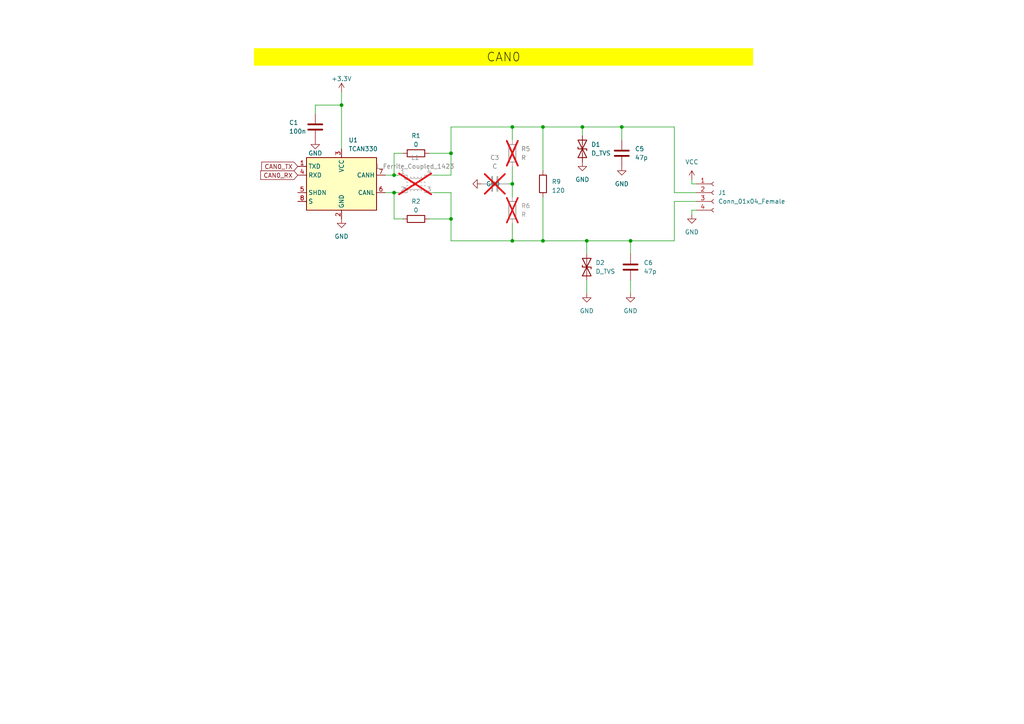
<source format=kicad_sch>
(kicad_sch (version 20231120) (generator "eeschema") (generator_version "8.0")
  (paper "A4")
  (lib_symbols
    (symbol "Connector:Conn_01x04_Female" (pin_names (offset 1.016) hide)
      (property "Reference" "J" (at 0 5.08 0))
      (property "Value" "Conn_01x04_Female" (at 0 -7.62 0))
      (symbol "Conn_01x04_Female_1_1"
        (arc (start 0 -4.572) (mid -0.5058 -5.08) (end 0 -5.588) (stroke (width 0.1524)))
        (arc (start 0 -2.032) (mid -0.5058 -2.54) (end 0 -3.048) (stroke (width 0.1524)))
        (polyline (pts (xy -1.27 -5.08) (xy -0.508 -5.08)) (stroke (width 0.1524)))
        (polyline (pts (xy -1.27 -2.54) (xy -0.508 -2.54)) (stroke (width 0.1524)))
        (polyline (pts (xy -1.27 0) (xy -0.508 0)) (stroke (width 0.1524)))
        (polyline (pts (xy -1.27 2.54) (xy -0.508 2.54)) (stroke (width 0.1524)))
        (arc (start 0 0.508) (mid -0.5058 0) (end 0 -0.508) (stroke (width 0.1524)))
        (arc (start 0 3.048) (mid -0.5058 2.54) (end 0 2.032) (stroke (width 0.1524)))
        (pin passive line (at -5.08 2.54 0) (length 3.81) (name "Pin_1") (number "1"))
        (pin passive line (at -5.08 0 0) (length 3.81) (name "Pin_2") (number "2"))
        (pin passive line (at -5.08 -2.54 0) (length 3.81) (name "Pin_3") (number "3"))
        (pin passive line (at -5.08 -5.08 0) (length 3.81) (name "Pin_4") (number "4"))
      )
    )
    (symbol "Device:C" (pin_numbers hide) (pin_names (offset 0.254))
      (property "Reference" "C" (at 0.635 2.54 0))
      (property "Value" "C" (at 0.635 -2.54 0))
      (symbol "C_0_1"
        (polyline (pts (xy -2.032 -0.762) (xy 2.032 -0.762)) (stroke (width 0.508)))
        (polyline (pts (xy -2.032 0.762) (xy 2.032 0.762)) (stroke (width 0.508)))
      )
      (symbol "C_1_1"
        (pin passive line (at 0 3.81 270) (length 2.794) (name "~") (number "1"))
        (pin passive line (at 0 -3.81 90) (length 2.794) (name "~") (number "2"))
      )
    )
    (symbol "Device:D_TVS" (pin_numbers hide) (pin_names (offset 1.016) hide)
      (property "Reference" "D" (at 0 2.54 0))
      (property "Value" "D_TVS" (at 0 -2.54 0))
      (symbol "D_TVS_0_1"
        (polyline (pts (xy 1.27 0) (xy -1.27 0)))
        (polyline (pts (xy 0.508 1.27) (xy 0 1.27) (xy 0 -1.27) (xy -0.508 -1.27)) (stroke (width 0.254)))
        (polyline (pts (xy -2.54 1.27) (xy -2.54 -1.27) (xy 2.54 1.27) (xy 2.54 -1.27) (xy -2.54 1.27)) (stroke (width 0.254)))
      )
      (symbol "D_TVS_1_1"
        (pin passive line (at -3.81 0 0) (length 2.54) (name "A1") (number "1"))
        (pin passive line (at 3.81 0 180) (length 2.54) (name "A2") (number "2"))
      )
    )
    (symbol "Device:L_Ferrite_Coupled_1423" (pin_names (offset 0.254) hide)
      (property "Reference" "L" (at 0 4.445 0))
      (property "Value" "L_Ferrite_Coupled_1423" (at 0 -4.445 0))
      (symbol "L_Ferrite_Coupled_1423_0_1"
        (circle (center -3.048 -1.27) (radius 0.254) (fill (type outline)))
        (circle (center -3.048 1.524) (radius 0.254) (fill (type outline)))
        (arc (start -2.54 2.032) (mid -2.032 1.5262) (end -1.524 2.032))
        (arc (start -1.524 -2.032) (mid -2.032 -1.5262) (end -2.54 -2.032))
        (arc (start -1.524 2.032) (mid -1.016 1.5262) (end -0.508 2.032))
        (arc (start -0.508 -2.032) (mid -1.016 -1.5262) (end -1.524 -2.032))
        (arc (start -0.508 2.032) (mid 0 1.5262) (end 0.508 2.032))
        (polyline (pts (xy -2.794 -0.508) (xy -2.286 -0.508)))
        (polyline (pts (xy -2.794 0.508) (xy -2.286 0.508)))
        (polyline (pts (xy -2.54 -2.032) (xy -2.54 -2.54)))
        (polyline (pts (xy -2.54 2.032) (xy -2.54 2.54)))
        (polyline (pts (xy -1.778 -0.508) (xy -1.27 -0.508)))
        (polyline (pts (xy -1.778 0.508) (xy -1.27 0.508)))
        (polyline (pts (xy -0.762 -0.508) (xy -0.254 -0.508)))
        (polyline (pts (xy -0.762 0.508) (xy -0.254 0.508)))
        (polyline (pts (xy 0.254 -0.508) (xy 0.762 -0.508)))
        (polyline (pts (xy 0.254 0.508) (xy 0.762 0.508)))
        (polyline (pts (xy 1.27 -0.508) (xy 1.778 -0.508)))
        (polyline (pts (xy 1.27 0.508) (xy 1.778 0.508)))
        (polyline (pts (xy 2.286 -0.508) (xy 2.794 -0.508)))
        (polyline (pts (xy 2.286 0.508) (xy 2.794 0.508)))
        (polyline (pts (xy 2.54 -2.032) (xy 2.54 -2.54)))
        (polyline (pts (xy 2.54 2.54) (xy 2.54 2.032)))
        (arc (start 0.508 -2.032) (mid 0 -1.5262) (end -0.508 -2.032))
        (arc (start 0.508 2.032) (mid 1.016 1.5262) (end 1.524 2.032))
        (arc (start 1.524 -2.032) (mid 1.016 -1.5262) (end 0.508 -2.032))
        (arc (start 1.524 2.032) (mid 2.032 1.5262) (end 2.54 2.032))
        (arc (start 2.54 -2.032) (mid 2.032 -1.5262) (end 1.524 -2.032))
      )
      (symbol "L_Ferrite_Coupled_1423_1_1"
        (pin passive line (at -5.08 2.54 0) (length 2.54) (name "1") (number "1"))
        (pin passive line (at -5.08 -2.54 0) (length 2.54) (name "2") (number "2"))
        (pin passive line (at 5.08 -2.54 180) (length 2.54) (name "3") (number "3"))
        (pin passive line (at 5.08 2.54 180) (length 2.54) (name "4") (number "4"))
      )
    )
    (symbol "Device:R" (pin_numbers hide) (pin_names (offset 0))
      (property "Reference" "R" (at 2.032 0 90))
      (property "Value" "R" (at 0 0 90))
      (symbol "R_0_1"
        (rectangle (start -1.016 -2.54) (end 1.016 2.54) (stroke (width 0.254)))
      )
      (symbol "R_1_1"
        (pin passive line (at 0 3.81 270) (length 1.27) (name "~") (number "1"))
        (pin passive line (at 0 -3.81 90) (length 1.27) (name "~") (number "2"))
      )
    )
    (symbol "Interface_CAN_LIN:TCAN330"
      (property "Reference" "U" (at -10.16 8.89 0))
      (property "Value" "TCAN330" (at 2.54 8.89 0))
      (symbol "TCAN330_0_1"
        (rectangle (start -10.16 7.62) (end 10.16 -7.62) (stroke (width 0.254)) (fill (type background)))
      )
      (symbol "TCAN330_1_1"
        (pin input line (at -12.7 5.08 0) (length 2.54) (name "TXD") (number "1"))
        (pin power_in line (at 0 -10.16 90) (length 2.54) (name "GND") (number "2"))
        (pin power_in line (at 0 10.16 270) (length 2.54) (name "VCC") (number "3"))
        (pin tri_state line (at -12.7 2.54 0) (length 2.54) (name "RXD") (number "4"))
        (pin input line (at -12.7 -2.54 0) (length 2.54) (name "SHDN") (number "5"))
        (pin bidirectional line (at 12.7 -2.54 180) (length 2.54) (name "CANL") (number "6"))
        (pin bidirectional line (at 12.7 2.54 180) (length 2.54) (name "CANH") (number "7"))
        (pin input line (at -12.7 -5.08 0) (length 2.54) (name "S") (number "8"))
      )
    )
    (symbol "power:+3.3V" (power) (pin_names (offset 0))
      (property "Value" "+3.3V" (at 0 3.556 0))
      (symbol "+3.3V_0_1"
        (polyline (pts (xy -0.762 1.27) (xy 0 2.54)))
        (polyline (pts (xy 0 0) (xy 0 2.54)))
        (polyline (pts (xy 0 2.54) (xy 0.762 1.27)))
      )
      (symbol "+3.3V_1_1"
        (pin power_in line (at 0 0 90) (length 0) hide (name "+3.3V") (number "1"))
      )
    )
    (symbol "power:GND" (power) (pin_names (offset 0))
      (property "Value" "GND" (at 0 -3.81 0))
      (symbol "GND_0_1"
        (polyline (pts (xy 0 0) (xy 0 -1.27) (xy 1.27 -1.27) (xy 0 -2.54) (xy -1.27 -1.27) (xy 0 -1.27)))
      )
      (symbol "GND_1_1"
        (pin power_in line (at 0 0 270) (length 0) hide (name "GND") (number "1"))
      )
    )
    (symbol "power:VCC" (power) (pin_names (offset 0))
      (property "Value" "VCC" (at 0 3.81 0))
      (symbol "VCC_0_1"
        (polyline (pts (xy -0.762 1.27) (xy 0 2.54)))
        (polyline (pts (xy 0 0) (xy 0 2.54)))
        (polyline (pts (xy 0 2.54) (xy 0.762 1.27)))
      )
      (symbol "VCC_1_1"
        (pin power_in line (at 0 0 90) (length 0) hide (name "VCC") (number "1"))
      )
    )
  )
  (junction (at 157.48 69.85))
  (junction (at 180.34 36.83))
  (junction (at 182.88 69.85))
  (junction (at 170.18 69.85))
  (junction (at 148.59 69.85))
  (junction (at 157.48 36.83))
  (junction (at 114.3 50.8))
  (junction (at 130.81 44.45))
  (junction (at 148.59 36.83))
  (junction (at 148.59 53.34))
  (junction (at 168.91 36.83))
  (junction (at 130.81 63.5))
  (junction (at 99.06 30.48))
  (junction (at 114.3 55.88))
  (wire (pts (xy 200.66 60.96) (xy 200.66 62.23)))
  (wire (pts (xy 168.91 36.83) (xy 180.34 36.83)))
  (wire (pts (xy 168.91 36.83) (xy 168.91 39.37)))
  (wire (pts (xy 130.81 55.88) (xy 125.73 55.88)))
  (wire (pts (xy 130.81 63.5) (xy 130.81 55.88)))
  (wire (pts (xy 114.3 63.5) (xy 114.3 55.88)))
  (wire (pts (xy 148.59 36.83) (xy 148.59 40.64)))
  (wire (pts (xy 124.46 44.45) (xy 130.81 44.45)))
  (wire (pts (xy 170.18 69.85) (xy 157.48 69.85)))
  (wire (pts (xy 148.59 69.85) (xy 130.81 69.85)))
  (wire (pts (xy 147.32 53.34) (xy 148.59 53.34)))
  (wire (pts (xy 125.73 50.8) (xy 130.81 50.8)))
  (wire (pts (xy 114.3 55.88) (xy 115.57 55.88)))
  (wire (pts (xy 200.66 53.34) (xy 201.93 53.34)))
  (wire (pts (xy 148.59 36.83) (xy 157.48 36.83)))
  (wire (pts (xy 99.06 43.18) (xy 99.06 30.48)))
  (wire (pts (xy 195.58 58.42) (xy 195.58 69.85)))
  (wire (pts (xy 130.81 69.85) (xy 130.81 63.5)))
  (wire (pts (xy 91.44 30.48) (xy 99.06 30.48)))
  (wire (pts (xy 124.46 63.5) (xy 130.81 63.5)))
  (wire (pts (xy 114.3 50.8) (xy 115.57 50.8)))
  (wire (pts (xy 180.34 40.64) (xy 180.34 36.83)))
  (wire (pts (xy 91.44 33.02) (xy 91.44 30.48)))
  (wire (pts (xy 157.48 36.83) (xy 168.91 36.83)))
  (wire (pts (xy 111.76 50.8) (xy 114.3 50.8)))
  (wire (pts (xy 116.84 44.45) (xy 114.3 44.45)))
  (wire (pts (xy 130.81 36.83) (xy 148.59 36.83)))
  (wire (pts (xy 201.93 58.42) (xy 195.58 58.42)))
  (wire (pts (xy 148.59 48.26) (xy 148.59 53.34)))
  (wire (pts (xy 182.88 69.85) (xy 182.88 73.66)))
  (wire (pts (xy 180.34 36.83) (xy 195.58 36.83)))
  (wire (pts (xy 157.48 57.15) (xy 157.48 69.85)))
  (wire (pts (xy 182.88 85.09) (xy 182.88 81.28)))
  (wire (pts (xy 148.59 53.34) (xy 148.59 57.15)))
  (wire (pts (xy 111.76 55.88) (xy 114.3 55.88)))
  (wire (pts (xy 157.48 49.53) (xy 157.48 36.83)))
  (wire (pts (xy 182.88 69.85) (xy 170.18 69.85)))
  (wire (pts (xy 114.3 44.45) (xy 114.3 50.8)))
  (wire (pts (xy 157.48 69.85) (xy 148.59 69.85)))
  (wire (pts (xy 99.06 30.48) (xy 99.06 26.67)))
  (wire (pts (xy 170.18 85.09) (xy 170.18 81.28)))
  (wire (pts (xy 116.84 63.5) (xy 114.3 63.5)))
  (wire (pts (xy 170.18 69.85) (xy 170.18 73.66)))
  (wire (pts (xy 130.81 36.83) (xy 130.81 44.45)))
  (wire (pts (xy 195.58 36.83) (xy 195.58 55.88)))
  (wire (pts (xy 130.81 44.45) (xy 130.81 50.8)))
  (wire (pts (xy 201.93 60.96) (xy 200.66 60.96)))
  (wire (pts (xy 195.58 69.85) (xy 182.88 69.85)))
  (wire (pts (xy 148.59 64.77) (xy 148.59 69.85)))
  (wire (pts (xy 195.58 55.88) (xy 201.93 55.88)))
  (wire (pts (xy 200.66 52.07) (xy 200.66 53.34)))
  (text_box "CAN0" (at 73.66 13.97 0) (size 144.78 5.08) (stroke (width -0.0001)) (fill (type color) (color 255 255 0 1)) (effects (font (size 2.54 2.54))))
  (global_label "CAN0_RX" (shape input) (at 86.36 50.8 180) (property "Intersheetrefs" "${INTERSHEET_REFS}" (effects (hide yes))))
  (global_label "CAN0_TX" (shape input) (at 86.36 48.26 180) (property "Intersheetrefs" "${INTERSHEET_REFS}" (effects (hide yes))))
  (symbol (lib_id "Device:C") (at 182.88 77.47 0) (unit 1)
    (property "Reference" "C6" (at 186.69 76.1999 0) (effects (justify left)))
    (property "Value" "47p" (at 186.69 78.7399 0) (effects (justify left)))
    (property "Footprint" "Capacitor_SMD:C_0402_1005Metric" (effects (hide yes)))
    (instances (project "WCH-ETH-LOW" (path "" (reference "C6") (unit 1))) (project "CanGateway" (path "" (reference "C?") (unit 1))) (project "WCH-ETH" (path "" (reference "C39") (unit 1))))
  )
  (symbol (lib_id "Device:R") (at 120.65 44.45 90) (unit 1)
    (property "Reference" "R1" (at 120.65 39.37 90))
    (property "Value" "0" (at 120.65 41.91 90))
    (property "Footprint" "Resistor_SMD:R_0402_1005Metric" (effects (hide yes)))
    (instances (project "WCH-ETH-LOW" (path "" (reference "R1") (unit 1))) (project "CanGateway" (path "" (reference "R?") (unit 1))) (project "WCH-ETH" (path "" (reference "R43") (unit 1))))
  )
  (symbol (lib_id "Device:R") (at 148.59 60.96 0) (unit 1) (dnp yes)
    (property "Reference" "R6" (at 151.13 59.6899 0) (effects (justify left)))
    (property "Value" "R" (at 151.13 62.2299 0) (effects (justify left)))
    (property "Footprint" "Resistor_SMD:R_0402_1005Metric" (effects (hide yes)))
    (instances (project "WCH-ETH-LOW" (path "" (reference "R6") (unit 1))) (project "CanGateway" (path "" (reference "R?") (unit 1))) (project "WCH-ETH" (path "" (reference "R48") (unit 1))))
  )
  (symbol (lib_id "power:GND") (at 139.7 53.34 270) (unit 1)
    (property "Reference" "#PWR07" (effects (hide yes)))
    (property "Value" "GND" (at 140.97 53.3399 90) (effects (justify left)))
    (instances (project "WCH-ETH-LOW" (path "" (reference "#PWR07") (unit 1))) (project "CanGateway" (path "" (reference "#PWR?") (unit 1))) (project "WCH-ETH" (path "" (reference "#PWR0103") (unit 1))))
  )
  (symbol (lib_id "power:GND") (at 170.18 85.09 0) (unit 1)
    (property "Reference" "#PWR010" (effects (hide yes)))
    (property "Value" "GND" (at 170.18 90.17 0))
    (instances (project "WCH-ETH-LOW" (path "" (reference "#PWR010") (unit 1))) (project "CanGateway" (path "" (reference "#PWR?") (unit 1))) (project "WCH-ETH" (path "" (reference "#PWR0106") (unit 1))))
  )
  (symbol (lib_id "power:VCC") (at 200.66 52.07 0) (unit 1)
    (property "Reference" "#PWR017" (effects (hide yes)))
    (property "Value" "VCC" (at 200.66 46.99 0))
    (instances (project "WCH-ETH-LOW" (path "" (reference "#PWR017") (unit 1))) (project "CanGateway" (path "" (reference "#PWR?") (unit 1))) (project "WCH-ETH" (path "" (reference "#PWR0117") (unit 1))))
  )
  (symbol (lib_id "Device:C") (at 180.34 44.45 0) (unit 1)
    (property "Reference" "C5" (at 184.15 43.1799 0) (effects (justify left)))
    (property "Value" "47p" (at 184.15 45.7199 0) (effects (justify left)))
    (property "Footprint" "Capacitor_SMD:C_0402_1005Metric" (effects (hide yes)))
    (instances (project "WCH-ETH-LOW" (path "" (reference "C5") (unit 1))) (project "CanGateway" (path "" (reference "C?") (unit 1))) (project "WCH-ETH" (path "" (reference "C38") (unit 1))))
  )
  (symbol (lib_id "power:GND") (at 91.44 40.64 0) (unit 1)
    (property "Reference" "#PWR01" (effects (hide yes)))
    (property "Value" "GND" (at 91.44 44.45 0))
    (instances (project "WCH-ETH-LOW" (path "" (reference "#PWR01") (unit 1))) (project "CanGateway" (path "" (reference "#PWR?") (unit 1))) (project "WCH-ETH" (path "" (reference "#PWR097") (unit 1))))
  )
  (symbol (lib_id "power:GND") (at 200.66 62.23 0) (unit 1)
    (property "Reference" "#PWR018" (effects (hide yes)))
    (property "Value" "GND" (at 200.66 67.31 0))
    (instances (project "WCH-ETH-LOW" (path "" (reference "#PWR018") (unit 1))) (project "CanGateway" (path "" (reference "#PWR?") (unit 1))) (project "WCH-ETH" (path "" (reference "#PWR0118") (unit 1))))
  )
  (symbol (lib_id "power:+3.3V") (at 99.06 26.67 0) (unit 1)
    (property "Reference" "#PWR03" (effects (hide yes)))
    (property "Value" "+3.3V" (at 99.06 22.86 0))
    (instances (project "WCH-ETH-LOW" (path "" (reference "#PWR03") (unit 1))) (project "CanGateway" (path "" (reference "#PWR?") (unit 1))) (project "WCH-ETH" (path "" (reference "#PWR099") (unit 1))))
  )
  (symbol (lib_id "Device:C") (at 91.44 36.83 0) (unit 1)
    (property "Reference" "C1" (at 83.82 35.56 0) (effects (justify left)))
    (property "Value" "100n" (at 83.82 38.1 0) (effects (justify left)))
    (property "Footprint" "Capacitor_SMD:C_0402_1005Metric" (effects (hide yes)))
    (instances (project "WCH-ETH-LOW" (path "" (reference "C1") (unit 1))) (project "CanGateway" (path "" (reference "C?") (unit 1))) (project "WCH-ETH" (path "" (reference "C34") (unit 1))))
  )
  (symbol (lib_id "Device:D_TVS") (at 170.18 77.47 90) (unit 1)
    (property "Reference" "D2" (at 172.72 76.1999 90) (effects (justify right)))
    (property "Value" "D_TVS" (at 172.72 78.7399 90) (effects (justify right)))
    (property "Footprint" "Diode_SMD:D_0402_1005Metric" (effects (hide yes)))
    (instances (project "WCH-ETH-LOW" (path "" (reference "D2") (unit 1))) (project "CanGateway" (path "" (reference "D?") (unit 1))) (project "WCH-ETH" (path "" (reference "D19") (unit 1))))
  )
  (symbol (lib_id "Device:R") (at 120.65 63.5 90) (unit 1)
    (property "Reference" "R2" (at 120.65 58.42 90))
    (property "Value" "0" (at 120.65 60.96 90))
    (property "Footprint" "Resistor_SMD:R_0402_1005Metric" (effects (hide yes)))
    (instances (project "WCH-ETH-LOW" (path "" (reference "R2") (unit 1))) (project "CanGateway" (path "" (reference "R?") (unit 1))) (project "WCH-ETH" (path "" (reference "R44") (unit 1))))
  )
  (symbol (lib_id "power:GND") (at 168.91 46.99 0) (unit 1)
    (property "Reference" "#PWR09" (effects (hide yes)))
    (property "Value" "GND" (at 168.91 52.07 0))
    (instances (project "WCH-ETH-LOW" (path "" (reference "#PWR09") (unit 1))) (project "CanGateway" (path "" (reference "#PWR?") (unit 1))) (project "WCH-ETH" (path "" (reference "#PWR0105") (unit 1))))
  )
  (symbol (lib_id "power:GND") (at 180.34 48.26 0) (unit 1)
    (property "Reference" "#PWR013" (effects (hide yes)))
    (property "Value" "GND" (at 180.34 53.34 0))
    (instances (project "WCH-ETH-LOW" (path "" (reference "#PWR013") (unit 1))) (project "CanGateway" (path "" (reference "#PWR?") (unit 1))) (project "WCH-ETH" (path "" (reference "#PWR0109") (unit 1))))
  )
  (symbol (lib_id "Interface_CAN_LIN:TCAN330") (at 99.06 53.34 0) (unit 1)
    (property "Reference" "U1" (at 101.0794 40.64 0) (effects (justify left)))
    (property "Value" "TCAN330" (at 101.0794 43.18 0) (effects (justify left)))
    (property "Footprint" "Package_SO:SOIC-8_3.9x4.9mm_P1.27mm" (effects (hide yes)))
    (property "Datasheet" "http://www.ti.com/lit/ds/symlink/tcan337.pdf" (effects (hide yes)))
    (instances (project "WCH-ETH-LOW" (path "" (reference "U1") (unit 1))) (project "CanGateway" (path "" (reference "U?") (unit 1))) (project "WCH-ETH" (path "" (reference "U4") (unit 1))))
  )
  (symbol (lib_id "Connector:Conn_01x04_Female") (at 207.01 55.88 0) (unit 1)
    (property "Reference" "J1" (at 208.28 55.8799 0) (effects (justify left)))
    (property "Value" "Conn_01x04_Female" (at 208.28 58.4199 0) (effects (justify left)))
    (property "Footprint" "Connector_JST:JST_PH_B4B-PH-SM4-TB_1x04-1MP_P2.00mm_Vertical" (effects (hide yes)))
    (instances (project "WCH-ETH-LOW" (path "" (reference "J1") (unit 1))) (project "CanGateway" (path "" (reference "J?") (unit 1))) (project "WCH-ETH" (path "" (reference "J11") (unit 1))))
  )
  (symbol (lib_id "power:GND") (at 182.88 85.09 0) (unit 1)
    (property "Reference" "#PWR014" (effects (hide yes)))
    (property "Value" "GND" (at 182.88 90.17 0))
    (instances (project "WCH-ETH-LOW" (path "" (reference "#PWR014") (unit 1))) (project "CanGateway" (path "" (reference "#PWR?") (unit 1))) (project "WCH-ETH" (path "" (reference "#PWR0110") (unit 1))))
  )
  (symbol (lib_id "Device:R") (at 157.48 53.34 0) (unit 1)
    (property "Reference" "R9" (at 160.02 52.705 0) (effects (justify left)))
    (property "Value" "120" (at 160.02 55.245 0) (effects (justify left)))
    (property "Footprint" "Resistor_SMD:R_0402_1005Metric" (effects (hide yes)))
    (instances (project "WCH-ETH-LOW" (path "" (reference "R9") (unit 1))) (project "CanGateway" (path "" (reference "R?") (unit 1))) (project "WCH-ETH" (path "" (reference "R51") (unit 1))))
  )
  (symbol (lib_id "power:GND") (at 99.06 63.5 0) (unit 1)
    (property "Reference" "#PWR04" (effects (hide yes)))
    (property "Value" "GND" (at 99.06 68.58 0))
    (instances (project "WCH-ETH-LOW" (path "" (reference "#PWR04") (unit 1))) (project "CanGateway" (path "" (reference "#PWR?") (unit 1))) (project "WCH-ETH" (path "" (reference "#PWR0100") (unit 1))))
  )
  (symbol (lib_id "Device:R") (at 148.59 44.45 0) (unit 1) (dnp yes)
    (property "Reference" "R5" (at 151.13 43.1799 0) (effects (justify left)))
    (property "Value" "R" (at 151.13 45.7199 0) (effects (justify left)))
    (property "Footprint" "Resistor_SMD:R_0402_1005Metric" (effects (hide yes)))
    (instances (project "WCH-ETH-LOW" (path "" (reference "R5") (unit 1))) (project "CanGateway" (path "" (reference "R?") (unit 1))) (project "WCH-ETH" (path "" (reference "R47") (unit 1))))
  )
  (symbol (lib_id "Device:L_Ferrite_Coupled_1423") (at 120.65 53.34 0) (unit 1) (dnp yes)
    (property "Reference" "L1" (at 120.396 45.72 0))
    (property "Value" "L_Ferrite_Coupled_1423" (at 120.396 48.26 0))
    (instances (project "WCH-ETH-LOW" (path "" (reference "L1") (unit 1))) (project "CanGateway" (path "" (reference "L?") (unit 1))) (project "WCH-ETH" (path "" (reference "L3") (unit 1))))
  )
  (symbol (lib_id "Device:C") (at 143.51 53.34 90) (unit 1) (dnp yes)
    (property "Reference" "C3" (at 143.51 45.72 90))
    (property "Value" "C" (at 143.51 48.26 90))
    (property "Footprint" "Capacitor_SMD:C_0402_1005Metric" (effects (hide yes)))
    (instances (project "WCH-ETH-LOW" (path "" (reference "C3") (unit 1))) (project "CanGateway" (path "" (reference "C?") (unit 1))) (project "WCH-ETH" (path "" (reference "C36") (unit 1))))
  )
  (symbol (lib_id "Device:D_TVS") (at 168.91 43.18 90) (unit 1)
    (property "Reference" "D1" (at 171.45 41.9099 90) (effects (justify right)))
    (property "Value" "D_TVS" (at 171.45 44.4499 90) (effects (justify right)))
    (property "Footprint" "Diode_SMD:D_0402_1005Metric" (effects (hide yes)))
    (instances (project "WCH-ETH-LOW" (path "" (reference "D1") (unit 1))) (project "CanGateway" (path "" (reference "D?") (unit 1))) (project "WCH-ETH" (path "" (reference "D18") (unit 1))))
  )
)
</source>
